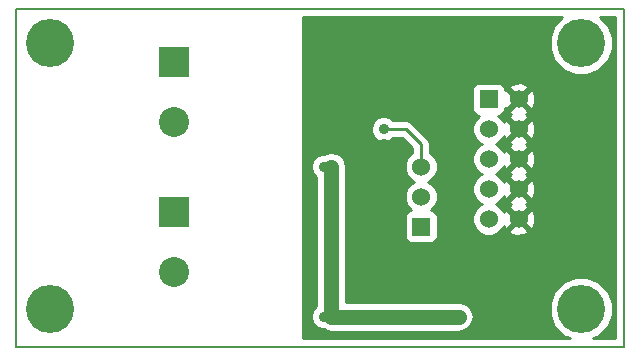
<source format=gbl>
G04 (created by PCBNEW (2013-mar-13)-testing) date Thu 04 Apr 2013 06:28:06 PM CEST*
%MOIN*%
G04 Gerber Fmt 3.4, Leading zero omitted, Abs format*
%FSLAX34Y34*%
G01*
G70*
G90*
G04 APERTURE LIST*
%ADD10C,0.006*%
%ADD11C,0.00590551*%
%ADD12R,0.06X0.06*%
%ADD13C,0.06*%
%ADD14R,0.1X0.1*%
%ADD15C,0.1*%
%ADD16C,0.16*%
%ADD17C,0.035*%
%ADD18C,0.01*%
%ADD19C,0.05*%
%ADD20C,0.02*%
G04 APERTURE END LIST*
G54D10*
G54D11*
X90000Y-64250D02*
X90000Y-53000D01*
X69750Y-64250D02*
X69750Y-53000D01*
X90000Y-53000D02*
X69750Y-53000D01*
X69750Y-64250D02*
X90000Y-64250D01*
G54D12*
X85500Y-56000D03*
G54D13*
X86500Y-56000D03*
X85500Y-57000D03*
X86500Y-57000D03*
X85500Y-58000D03*
X86500Y-58000D03*
X85500Y-59000D03*
X86500Y-59000D03*
X85500Y-60000D03*
X86500Y-60000D03*
G54D12*
X83250Y-60250D03*
G54D13*
X83250Y-59250D03*
X83250Y-58250D03*
G54D14*
X75000Y-54750D03*
G54D15*
X75000Y-56750D03*
G54D14*
X75000Y-59750D03*
G54D15*
X75000Y-61750D03*
G54D16*
X70866Y-62992D03*
X70866Y-54133D03*
X88582Y-54133D03*
X88582Y-62992D03*
G54D17*
X82000Y-57000D03*
X84000Y-57000D03*
X82000Y-62500D03*
X82000Y-59000D03*
X82000Y-57500D03*
X84500Y-63250D03*
X80000Y-63250D03*
X80000Y-58250D03*
G54D18*
X83250Y-58250D02*
X83250Y-57500D01*
X82750Y-57000D02*
X82000Y-57000D01*
X83250Y-57500D02*
X82750Y-57000D01*
X84000Y-57000D02*
X84000Y-56750D01*
X82000Y-62500D02*
X82000Y-62750D01*
X82000Y-59000D02*
X82000Y-59250D01*
X82000Y-57500D02*
X82000Y-57750D01*
G54D19*
X84500Y-63250D02*
X80250Y-63250D01*
X80250Y-59750D02*
X80250Y-63250D01*
G54D20*
X80250Y-63250D02*
X80000Y-63250D01*
X80250Y-58250D02*
X80000Y-58250D01*
G54D19*
X80250Y-59750D02*
X80250Y-58250D01*
G54D10*
G36*
X89720Y-63970D02*
X88964Y-63970D01*
X89176Y-63882D01*
X89472Y-63587D01*
X89632Y-63201D01*
X89632Y-62784D01*
X89473Y-62398D01*
X89178Y-62102D01*
X88792Y-61942D01*
X88374Y-61941D01*
X87988Y-62101D01*
X87693Y-62396D01*
X87532Y-62782D01*
X87532Y-63200D01*
X87692Y-63586D01*
X87987Y-63881D01*
X88200Y-63970D01*
X87054Y-63970D01*
X87054Y-60081D01*
X87054Y-59081D01*
X87054Y-58081D01*
X87054Y-57081D01*
X87054Y-56081D01*
X87043Y-55863D01*
X86981Y-55712D01*
X86885Y-55684D01*
X86815Y-55755D01*
X86815Y-55614D01*
X86787Y-55518D01*
X86581Y-55445D01*
X86363Y-55456D01*
X86212Y-55518D01*
X86184Y-55614D01*
X86500Y-55929D01*
X86815Y-55614D01*
X86815Y-55755D01*
X86570Y-56000D01*
X86885Y-56315D01*
X86981Y-56287D01*
X87054Y-56081D01*
X87054Y-57081D01*
X87043Y-56863D01*
X86981Y-56712D01*
X86885Y-56684D01*
X86815Y-56755D01*
X86815Y-56614D01*
X86787Y-56518D01*
X86739Y-56501D01*
X86787Y-56481D01*
X86815Y-56385D01*
X86500Y-56070D01*
X86184Y-56385D01*
X86212Y-56481D01*
X86260Y-56498D01*
X86212Y-56518D01*
X86184Y-56614D01*
X86500Y-56929D01*
X86815Y-56614D01*
X86815Y-56755D01*
X86570Y-57000D01*
X86885Y-57315D01*
X86981Y-57287D01*
X87054Y-57081D01*
X87054Y-58081D01*
X87043Y-57863D01*
X86981Y-57712D01*
X86885Y-57684D01*
X86815Y-57755D01*
X86815Y-57614D01*
X86787Y-57518D01*
X86739Y-57501D01*
X86787Y-57481D01*
X86815Y-57385D01*
X86500Y-57070D01*
X86184Y-57385D01*
X86212Y-57481D01*
X86260Y-57498D01*
X86212Y-57518D01*
X86184Y-57614D01*
X86500Y-57929D01*
X86815Y-57614D01*
X86815Y-57755D01*
X86570Y-58000D01*
X86885Y-58315D01*
X86981Y-58287D01*
X87054Y-58081D01*
X87054Y-59081D01*
X87043Y-58863D01*
X86981Y-58712D01*
X86885Y-58684D01*
X86815Y-58755D01*
X86815Y-58614D01*
X86787Y-58518D01*
X86739Y-58501D01*
X86787Y-58481D01*
X86815Y-58385D01*
X86500Y-58070D01*
X86184Y-58385D01*
X86212Y-58481D01*
X86260Y-58498D01*
X86212Y-58518D01*
X86184Y-58614D01*
X86500Y-58929D01*
X86815Y-58614D01*
X86815Y-58755D01*
X86570Y-59000D01*
X86885Y-59315D01*
X86981Y-59287D01*
X87054Y-59081D01*
X87054Y-60081D01*
X87043Y-59863D01*
X86981Y-59712D01*
X86885Y-59684D01*
X86815Y-59755D01*
X86815Y-59614D01*
X86787Y-59518D01*
X86739Y-59501D01*
X86787Y-59481D01*
X86815Y-59385D01*
X86500Y-59070D01*
X86184Y-59385D01*
X86212Y-59481D01*
X86260Y-59498D01*
X86212Y-59518D01*
X86184Y-59614D01*
X86500Y-59929D01*
X86815Y-59614D01*
X86815Y-59755D01*
X86570Y-60000D01*
X86885Y-60315D01*
X86981Y-60287D01*
X87054Y-60081D01*
X87054Y-63970D01*
X86815Y-63970D01*
X86815Y-60385D01*
X86500Y-60070D01*
X86429Y-60141D01*
X86429Y-60000D01*
X86114Y-59684D01*
X86018Y-59712D01*
X85999Y-59767D01*
X85966Y-59688D01*
X85811Y-59534D01*
X85730Y-59500D01*
X85811Y-59466D01*
X85965Y-59311D01*
X85997Y-59236D01*
X86018Y-59287D01*
X86114Y-59315D01*
X86429Y-59000D01*
X86114Y-58684D01*
X86018Y-58712D01*
X85999Y-58767D01*
X85966Y-58688D01*
X85811Y-58534D01*
X85730Y-58500D01*
X85811Y-58466D01*
X85965Y-58311D01*
X85997Y-58236D01*
X86018Y-58287D01*
X86114Y-58315D01*
X86429Y-58000D01*
X86114Y-57684D01*
X86018Y-57712D01*
X85999Y-57767D01*
X85966Y-57688D01*
X85811Y-57534D01*
X85730Y-57500D01*
X85811Y-57466D01*
X85965Y-57311D01*
X85997Y-57236D01*
X86018Y-57287D01*
X86114Y-57315D01*
X86429Y-57000D01*
X86114Y-56684D01*
X86018Y-56712D01*
X85999Y-56767D01*
X85966Y-56688D01*
X85827Y-56550D01*
X85849Y-56550D01*
X85941Y-56512D01*
X86011Y-56441D01*
X86049Y-56349D01*
X86050Y-56296D01*
X86114Y-56315D01*
X86429Y-56000D01*
X86114Y-55684D01*
X86050Y-55703D01*
X86050Y-55650D01*
X86012Y-55558D01*
X85941Y-55488D01*
X85849Y-55450D01*
X85750Y-55449D01*
X85150Y-55449D01*
X85058Y-55487D01*
X84988Y-55558D01*
X84950Y-55650D01*
X84949Y-55749D01*
X84949Y-56349D01*
X84987Y-56441D01*
X85058Y-56511D01*
X85150Y-56549D01*
X85172Y-56549D01*
X85034Y-56688D01*
X84950Y-56890D01*
X84949Y-57108D01*
X85033Y-57311D01*
X85188Y-57465D01*
X85269Y-57499D01*
X85188Y-57533D01*
X85034Y-57688D01*
X84950Y-57890D01*
X84949Y-58108D01*
X85033Y-58311D01*
X85188Y-58465D01*
X85269Y-58499D01*
X85188Y-58533D01*
X85034Y-58688D01*
X84950Y-58890D01*
X84949Y-59108D01*
X85033Y-59311D01*
X85188Y-59465D01*
X85269Y-59499D01*
X85188Y-59533D01*
X85034Y-59688D01*
X84950Y-59890D01*
X84949Y-60108D01*
X85033Y-60311D01*
X85188Y-60465D01*
X85390Y-60549D01*
X85608Y-60550D01*
X85811Y-60466D01*
X85965Y-60311D01*
X85997Y-60236D01*
X86018Y-60287D01*
X86114Y-60315D01*
X86429Y-60000D01*
X86429Y-60141D01*
X86184Y-60385D01*
X86212Y-60481D01*
X86418Y-60554D01*
X86636Y-60543D01*
X86787Y-60481D01*
X86815Y-60385D01*
X86815Y-63970D01*
X85000Y-63970D01*
X85000Y-63250D01*
X84961Y-63058D01*
X84853Y-62896D01*
X84691Y-62788D01*
X84500Y-62750D01*
X83800Y-62750D01*
X83800Y-59141D01*
X83716Y-58938D01*
X83561Y-58784D01*
X83480Y-58750D01*
X83561Y-58716D01*
X83715Y-58561D01*
X83799Y-58359D01*
X83800Y-58141D01*
X83716Y-57938D01*
X83561Y-57784D01*
X83550Y-57779D01*
X83550Y-57500D01*
X83527Y-57385D01*
X83462Y-57287D01*
X83462Y-57287D01*
X82962Y-56787D01*
X82864Y-56722D01*
X82750Y-56700D01*
X82301Y-56700D01*
X82241Y-56639D01*
X82084Y-56575D01*
X81915Y-56574D01*
X81759Y-56639D01*
X81639Y-56758D01*
X81575Y-56915D01*
X81574Y-57084D01*
X81639Y-57240D01*
X81758Y-57360D01*
X81915Y-57424D01*
X82084Y-57425D01*
X82240Y-57360D01*
X82301Y-57300D01*
X82625Y-57300D01*
X82950Y-57624D01*
X82950Y-57778D01*
X82938Y-57783D01*
X82784Y-57938D01*
X82700Y-58140D01*
X82699Y-58358D01*
X82783Y-58561D01*
X82938Y-58715D01*
X83019Y-58749D01*
X82938Y-58783D01*
X82784Y-58938D01*
X82700Y-59140D01*
X82699Y-59358D01*
X82783Y-59561D01*
X82922Y-59699D01*
X82900Y-59699D01*
X82808Y-59737D01*
X82738Y-59808D01*
X82700Y-59900D01*
X82699Y-59999D01*
X82699Y-60599D01*
X82737Y-60691D01*
X82808Y-60761D01*
X82900Y-60799D01*
X82999Y-60800D01*
X83599Y-60800D01*
X83691Y-60762D01*
X83761Y-60691D01*
X83799Y-60599D01*
X83800Y-60500D01*
X83800Y-59900D01*
X83762Y-59808D01*
X83691Y-59738D01*
X83599Y-59700D01*
X83577Y-59700D01*
X83715Y-59561D01*
X83799Y-59359D01*
X83800Y-59141D01*
X83800Y-62750D01*
X80750Y-62750D01*
X80750Y-59750D01*
X80750Y-58250D01*
X80711Y-58058D01*
X80603Y-57896D01*
X80441Y-57788D01*
X80250Y-57750D01*
X80058Y-57788D01*
X80003Y-57825D01*
X79915Y-57824D01*
X79759Y-57889D01*
X79639Y-58008D01*
X79575Y-58165D01*
X79574Y-58334D01*
X79639Y-58490D01*
X79750Y-58601D01*
X79750Y-59750D01*
X79750Y-62899D01*
X79639Y-63008D01*
X79575Y-63165D01*
X79574Y-63334D01*
X79639Y-63490D01*
X79758Y-63610D01*
X79915Y-63674D01*
X80003Y-63675D01*
X80058Y-63711D01*
X80250Y-63750D01*
X84500Y-63750D01*
X84691Y-63711D01*
X84853Y-63603D01*
X84961Y-63441D01*
X85000Y-63250D01*
X85000Y-63970D01*
X79300Y-63970D01*
X79300Y-53279D01*
X87952Y-53279D01*
X87693Y-53538D01*
X87532Y-53924D01*
X87532Y-54341D01*
X87692Y-54727D01*
X87987Y-55023D01*
X88372Y-55183D01*
X88790Y-55184D01*
X89176Y-55024D01*
X89472Y-54729D01*
X89632Y-54343D01*
X89632Y-53925D01*
X89473Y-53539D01*
X89213Y-53279D01*
X89720Y-53279D01*
X89720Y-63970D01*
X89720Y-63970D01*
G37*
G54D18*
X89720Y-63970D02*
X88964Y-63970D01*
X89176Y-63882D01*
X89472Y-63587D01*
X89632Y-63201D01*
X89632Y-62784D01*
X89473Y-62398D01*
X89178Y-62102D01*
X88792Y-61942D01*
X88374Y-61941D01*
X87988Y-62101D01*
X87693Y-62396D01*
X87532Y-62782D01*
X87532Y-63200D01*
X87692Y-63586D01*
X87987Y-63881D01*
X88200Y-63970D01*
X87054Y-63970D01*
X87054Y-60081D01*
X87054Y-59081D01*
X87054Y-58081D01*
X87054Y-57081D01*
X87054Y-56081D01*
X87043Y-55863D01*
X86981Y-55712D01*
X86885Y-55684D01*
X86815Y-55755D01*
X86815Y-55614D01*
X86787Y-55518D01*
X86581Y-55445D01*
X86363Y-55456D01*
X86212Y-55518D01*
X86184Y-55614D01*
X86500Y-55929D01*
X86815Y-55614D01*
X86815Y-55755D01*
X86570Y-56000D01*
X86885Y-56315D01*
X86981Y-56287D01*
X87054Y-56081D01*
X87054Y-57081D01*
X87043Y-56863D01*
X86981Y-56712D01*
X86885Y-56684D01*
X86815Y-56755D01*
X86815Y-56614D01*
X86787Y-56518D01*
X86739Y-56501D01*
X86787Y-56481D01*
X86815Y-56385D01*
X86500Y-56070D01*
X86184Y-56385D01*
X86212Y-56481D01*
X86260Y-56498D01*
X86212Y-56518D01*
X86184Y-56614D01*
X86500Y-56929D01*
X86815Y-56614D01*
X86815Y-56755D01*
X86570Y-57000D01*
X86885Y-57315D01*
X86981Y-57287D01*
X87054Y-57081D01*
X87054Y-58081D01*
X87043Y-57863D01*
X86981Y-57712D01*
X86885Y-57684D01*
X86815Y-57755D01*
X86815Y-57614D01*
X86787Y-57518D01*
X86739Y-57501D01*
X86787Y-57481D01*
X86815Y-57385D01*
X86500Y-57070D01*
X86184Y-57385D01*
X86212Y-57481D01*
X86260Y-57498D01*
X86212Y-57518D01*
X86184Y-57614D01*
X86500Y-57929D01*
X86815Y-57614D01*
X86815Y-57755D01*
X86570Y-58000D01*
X86885Y-58315D01*
X86981Y-58287D01*
X87054Y-58081D01*
X87054Y-59081D01*
X87043Y-58863D01*
X86981Y-58712D01*
X86885Y-58684D01*
X86815Y-58755D01*
X86815Y-58614D01*
X86787Y-58518D01*
X86739Y-58501D01*
X86787Y-58481D01*
X86815Y-58385D01*
X86500Y-58070D01*
X86184Y-58385D01*
X86212Y-58481D01*
X86260Y-58498D01*
X86212Y-58518D01*
X86184Y-58614D01*
X86500Y-58929D01*
X86815Y-58614D01*
X86815Y-58755D01*
X86570Y-59000D01*
X86885Y-59315D01*
X86981Y-59287D01*
X87054Y-59081D01*
X87054Y-60081D01*
X87043Y-59863D01*
X86981Y-59712D01*
X86885Y-59684D01*
X86815Y-59755D01*
X86815Y-59614D01*
X86787Y-59518D01*
X86739Y-59501D01*
X86787Y-59481D01*
X86815Y-59385D01*
X86500Y-59070D01*
X86184Y-59385D01*
X86212Y-59481D01*
X86260Y-59498D01*
X86212Y-59518D01*
X86184Y-59614D01*
X86500Y-59929D01*
X86815Y-59614D01*
X86815Y-59755D01*
X86570Y-60000D01*
X86885Y-60315D01*
X86981Y-60287D01*
X87054Y-60081D01*
X87054Y-63970D01*
X86815Y-63970D01*
X86815Y-60385D01*
X86500Y-60070D01*
X86429Y-60141D01*
X86429Y-60000D01*
X86114Y-59684D01*
X86018Y-59712D01*
X85999Y-59767D01*
X85966Y-59688D01*
X85811Y-59534D01*
X85730Y-59500D01*
X85811Y-59466D01*
X85965Y-59311D01*
X85997Y-59236D01*
X86018Y-59287D01*
X86114Y-59315D01*
X86429Y-59000D01*
X86114Y-58684D01*
X86018Y-58712D01*
X85999Y-58767D01*
X85966Y-58688D01*
X85811Y-58534D01*
X85730Y-58500D01*
X85811Y-58466D01*
X85965Y-58311D01*
X85997Y-58236D01*
X86018Y-58287D01*
X86114Y-58315D01*
X86429Y-58000D01*
X86114Y-57684D01*
X86018Y-57712D01*
X85999Y-57767D01*
X85966Y-57688D01*
X85811Y-57534D01*
X85730Y-57500D01*
X85811Y-57466D01*
X85965Y-57311D01*
X85997Y-57236D01*
X86018Y-57287D01*
X86114Y-57315D01*
X86429Y-57000D01*
X86114Y-56684D01*
X86018Y-56712D01*
X85999Y-56767D01*
X85966Y-56688D01*
X85827Y-56550D01*
X85849Y-56550D01*
X85941Y-56512D01*
X86011Y-56441D01*
X86049Y-56349D01*
X86050Y-56296D01*
X86114Y-56315D01*
X86429Y-56000D01*
X86114Y-55684D01*
X86050Y-55703D01*
X86050Y-55650D01*
X86012Y-55558D01*
X85941Y-55488D01*
X85849Y-55450D01*
X85750Y-55449D01*
X85150Y-55449D01*
X85058Y-55487D01*
X84988Y-55558D01*
X84950Y-55650D01*
X84949Y-55749D01*
X84949Y-56349D01*
X84987Y-56441D01*
X85058Y-56511D01*
X85150Y-56549D01*
X85172Y-56549D01*
X85034Y-56688D01*
X84950Y-56890D01*
X84949Y-57108D01*
X85033Y-57311D01*
X85188Y-57465D01*
X85269Y-57499D01*
X85188Y-57533D01*
X85034Y-57688D01*
X84950Y-57890D01*
X84949Y-58108D01*
X85033Y-58311D01*
X85188Y-58465D01*
X85269Y-58499D01*
X85188Y-58533D01*
X85034Y-58688D01*
X84950Y-58890D01*
X84949Y-59108D01*
X85033Y-59311D01*
X85188Y-59465D01*
X85269Y-59499D01*
X85188Y-59533D01*
X85034Y-59688D01*
X84950Y-59890D01*
X84949Y-60108D01*
X85033Y-60311D01*
X85188Y-60465D01*
X85390Y-60549D01*
X85608Y-60550D01*
X85811Y-60466D01*
X85965Y-60311D01*
X85997Y-60236D01*
X86018Y-60287D01*
X86114Y-60315D01*
X86429Y-60000D01*
X86429Y-60141D01*
X86184Y-60385D01*
X86212Y-60481D01*
X86418Y-60554D01*
X86636Y-60543D01*
X86787Y-60481D01*
X86815Y-60385D01*
X86815Y-63970D01*
X85000Y-63970D01*
X85000Y-63250D01*
X84961Y-63058D01*
X84853Y-62896D01*
X84691Y-62788D01*
X84500Y-62750D01*
X83800Y-62750D01*
X83800Y-59141D01*
X83716Y-58938D01*
X83561Y-58784D01*
X83480Y-58750D01*
X83561Y-58716D01*
X83715Y-58561D01*
X83799Y-58359D01*
X83800Y-58141D01*
X83716Y-57938D01*
X83561Y-57784D01*
X83550Y-57779D01*
X83550Y-57500D01*
X83527Y-57385D01*
X83462Y-57287D01*
X83462Y-57287D01*
X82962Y-56787D01*
X82864Y-56722D01*
X82750Y-56700D01*
X82301Y-56700D01*
X82241Y-56639D01*
X82084Y-56575D01*
X81915Y-56574D01*
X81759Y-56639D01*
X81639Y-56758D01*
X81575Y-56915D01*
X81574Y-57084D01*
X81639Y-57240D01*
X81758Y-57360D01*
X81915Y-57424D01*
X82084Y-57425D01*
X82240Y-57360D01*
X82301Y-57300D01*
X82625Y-57300D01*
X82950Y-57624D01*
X82950Y-57778D01*
X82938Y-57783D01*
X82784Y-57938D01*
X82700Y-58140D01*
X82699Y-58358D01*
X82783Y-58561D01*
X82938Y-58715D01*
X83019Y-58749D01*
X82938Y-58783D01*
X82784Y-58938D01*
X82700Y-59140D01*
X82699Y-59358D01*
X82783Y-59561D01*
X82922Y-59699D01*
X82900Y-59699D01*
X82808Y-59737D01*
X82738Y-59808D01*
X82700Y-59900D01*
X82699Y-59999D01*
X82699Y-60599D01*
X82737Y-60691D01*
X82808Y-60761D01*
X82900Y-60799D01*
X82999Y-60800D01*
X83599Y-60800D01*
X83691Y-60762D01*
X83761Y-60691D01*
X83799Y-60599D01*
X83800Y-60500D01*
X83800Y-59900D01*
X83762Y-59808D01*
X83691Y-59738D01*
X83599Y-59700D01*
X83577Y-59700D01*
X83715Y-59561D01*
X83799Y-59359D01*
X83800Y-59141D01*
X83800Y-62750D01*
X80750Y-62750D01*
X80750Y-59750D01*
X80750Y-58250D01*
X80711Y-58058D01*
X80603Y-57896D01*
X80441Y-57788D01*
X80250Y-57750D01*
X80058Y-57788D01*
X80003Y-57825D01*
X79915Y-57824D01*
X79759Y-57889D01*
X79639Y-58008D01*
X79575Y-58165D01*
X79574Y-58334D01*
X79639Y-58490D01*
X79750Y-58601D01*
X79750Y-59750D01*
X79750Y-62899D01*
X79639Y-63008D01*
X79575Y-63165D01*
X79574Y-63334D01*
X79639Y-63490D01*
X79758Y-63610D01*
X79915Y-63674D01*
X80003Y-63675D01*
X80058Y-63711D01*
X80250Y-63750D01*
X84500Y-63750D01*
X84691Y-63711D01*
X84853Y-63603D01*
X84961Y-63441D01*
X85000Y-63250D01*
X85000Y-63970D01*
X79300Y-63970D01*
X79300Y-53279D01*
X87952Y-53279D01*
X87693Y-53538D01*
X87532Y-53924D01*
X87532Y-54341D01*
X87692Y-54727D01*
X87987Y-55023D01*
X88372Y-55183D01*
X88790Y-55184D01*
X89176Y-55024D01*
X89472Y-54729D01*
X89632Y-54343D01*
X89632Y-53925D01*
X89473Y-53539D01*
X89213Y-53279D01*
X89720Y-53279D01*
X89720Y-63970D01*
M02*

</source>
